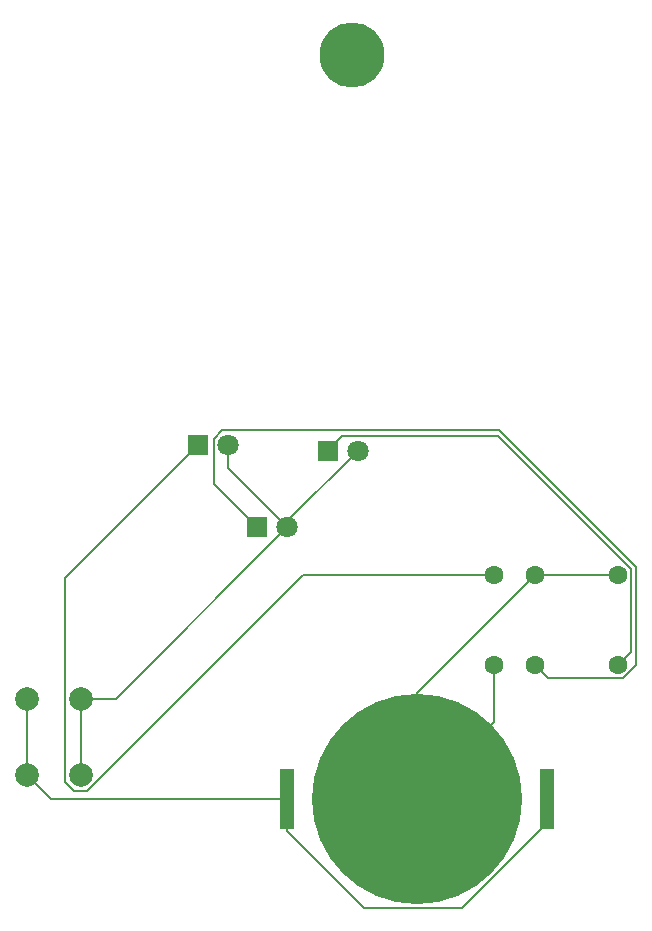
<source format=gbr>
%TF.GenerationSoftware,KiCad,Pcbnew,9.0.2*%
%TF.CreationDate,2025-05-24T17:19:21-04:00*%
%TF.ProjectId,DJUNGELSKOG Keychain,444a554e-4745-44c5-934b-4f47204b6579,rev?*%
%TF.SameCoordinates,Original*%
%TF.FileFunction,Copper,L2,Bot*%
%TF.FilePolarity,Positive*%
%FSLAX46Y46*%
G04 Gerber Fmt 4.6, Leading zero omitted, Abs format (unit mm)*
G04 Created by KiCad (PCBNEW 9.0.2) date 2025-05-24 17:19:21*
%MOMM*%
%LPD*%
G01*
G04 APERTURE LIST*
%TA.AperFunction,ComponentPad*%
%ADD10C,1.800000*%
%TD*%
%TA.AperFunction,ComponentPad*%
%ADD11R,1.800000X1.800000*%
%TD*%
%TA.AperFunction,ComponentPad*%
%ADD12C,2.000000*%
%TD*%
%TA.AperFunction,ComponentPad*%
%ADD13C,1.600000*%
%TD*%
%TA.AperFunction,SMDPad,CuDef*%
%ADD14R,1.270000X5.080000*%
%TD*%
%TA.AperFunction,SMDPad,CuDef*%
%ADD15C,17.800000*%
%TD*%
%TA.AperFunction,ViaPad*%
%ADD16C,5.500000*%
%TD*%
%TA.AperFunction,Conductor*%
%ADD17C,0.200000*%
%TD*%
G04 APERTURE END LIST*
D10*
%TO.P,D2,2,A*%
%TO.N,Net-(D1-A)*%
X140500000Y-101500000D03*
D11*
%TO.P,D2,1,K*%
%TO.N,Net-(D2-K)*%
X137960000Y-101500000D03*
%TD*%
D10*
%TO.P,D3,2,A*%
%TO.N,Net-(D1-A)*%
X135500000Y-94500000D03*
D11*
%TO.P,D3,1,K*%
%TO.N,Net-(D3-K)*%
X132960000Y-94500000D03*
%TD*%
D10*
%TO.P,D1,2,A*%
%TO.N,Net-(D1-A)*%
X146500000Y-95000000D03*
D11*
%TO.P,D1,1,K*%
%TO.N,Net-(D1-K)*%
X143960000Y-95000000D03*
%TD*%
D12*
%TO.P,SW1,1,1*%
%TO.N,Net-(BT1-+)*%
X118500000Y-116000000D03*
X118500000Y-122500000D03*
%TO.P,SW1,2,2*%
%TO.N,Net-(D1-A)*%
X123000000Y-116000000D03*
X123000000Y-122500000D03*
%TD*%
D13*
%TO.P,R3,1*%
%TO.N,Net-(D3-K)*%
X158000000Y-105500000D03*
%TO.P,R3,2*%
%TO.N,Net-(BT1--)*%
X158000000Y-113120000D03*
%TD*%
%TO.P,R2,1*%
%TO.N,Net-(D2-K)*%
X161500000Y-113120000D03*
%TO.P,R2,2*%
%TO.N,Net-(BT1--)*%
X161500000Y-105500000D03*
%TD*%
%TO.P,R1,1*%
%TO.N,Net-(D1-K)*%
X168500000Y-113120000D03*
%TO.P,R1,2*%
%TO.N,Net-(BT1--)*%
X168500000Y-105500000D03*
%TD*%
D14*
%TO.P,BT1,1,+*%
%TO.N,Net-(BT1-+)*%
X162485000Y-124500000D03*
X140515000Y-124500000D03*
D15*
%TO.P,BT1,2,-*%
%TO.N,Net-(BT1--)*%
X151500000Y-124500000D03*
%TD*%
D16*
%TO.N,*%
X146000000Y-61500000D03*
%TD*%
D17*
%TO.N,Net-(D2-K)*%
X134299000Y-97839000D02*
X137960000Y-101500000D01*
X134299000Y-94002529D02*
X134299000Y-97839000D01*
X135002529Y-93299000D02*
X134299000Y-94002529D01*
X158423150Y-93299000D02*
X135002529Y-93299000D01*
X170002000Y-104877850D02*
X158423150Y-93299000D01*
X170002000Y-113175050D02*
X170002000Y-104877850D01*
X168956050Y-114221000D02*
X170002000Y-113175050D01*
X162601000Y-114221000D02*
X168956050Y-114221000D01*
X161500000Y-113120000D02*
X162601000Y-114221000D01*
%TO.N,Net-(D3-K)*%
X121699000Y-105761000D02*
X132960000Y-94500000D01*
X121699000Y-123038892D02*
X121699000Y-105761000D01*
X123538892Y-123801000D02*
X122461108Y-123801000D01*
X141839892Y-105500000D02*
X123538892Y-123801000D01*
X122461108Y-123801000D02*
X121699000Y-123038892D01*
X158000000Y-105500000D02*
X141839892Y-105500000D01*
%TO.N,Net-(D1-K)*%
X169601000Y-112019000D02*
X168500000Y-113120000D01*
X158356050Y-93799000D02*
X169601000Y-105043950D01*
X169601000Y-105043950D02*
X169601000Y-112019000D01*
X143960000Y-95000000D02*
X145161000Y-93799000D01*
X145161000Y-93799000D02*
X158356050Y-93799000D01*
%TO.N,Net-(BT1--)*%
X161500000Y-105500000D02*
X168500000Y-105500000D01*
X158000000Y-118000000D02*
X151500000Y-124500000D01*
X158000000Y-113120000D02*
X158000000Y-118000000D01*
X151500000Y-115500000D02*
X161500000Y-105500000D01*
X151500000Y-124500000D02*
X151500000Y-115500000D01*
%TO.N,Net-(D1-A)*%
X135500000Y-96500000D02*
X135500000Y-94500000D01*
X140500000Y-101500000D02*
X135500000Y-96500000D01*
X140500000Y-101000000D02*
X146500000Y-95000000D01*
X140500000Y-101500000D02*
X140500000Y-101000000D01*
X123000000Y-122500000D02*
X123000000Y-116000000D01*
X126000000Y-116000000D02*
X140500000Y-101500000D01*
X123000000Y-116000000D02*
X126000000Y-116000000D01*
%TO.N,Net-(BT1-+)*%
X118500000Y-122500000D02*
X118500000Y-116000000D01*
X120500000Y-124500000D02*
X118500000Y-122500000D01*
X140515000Y-124500000D02*
X120500000Y-124500000D01*
X162485000Y-126527179D02*
X162485000Y-124500000D01*
X155311179Y-133701000D02*
X162485000Y-126527179D01*
X146976000Y-133701000D02*
X155311179Y-133701000D01*
X140515000Y-127240000D02*
X146976000Y-133701000D01*
X140515000Y-124500000D02*
X140515000Y-127240000D01*
%TD*%
M02*

</source>
